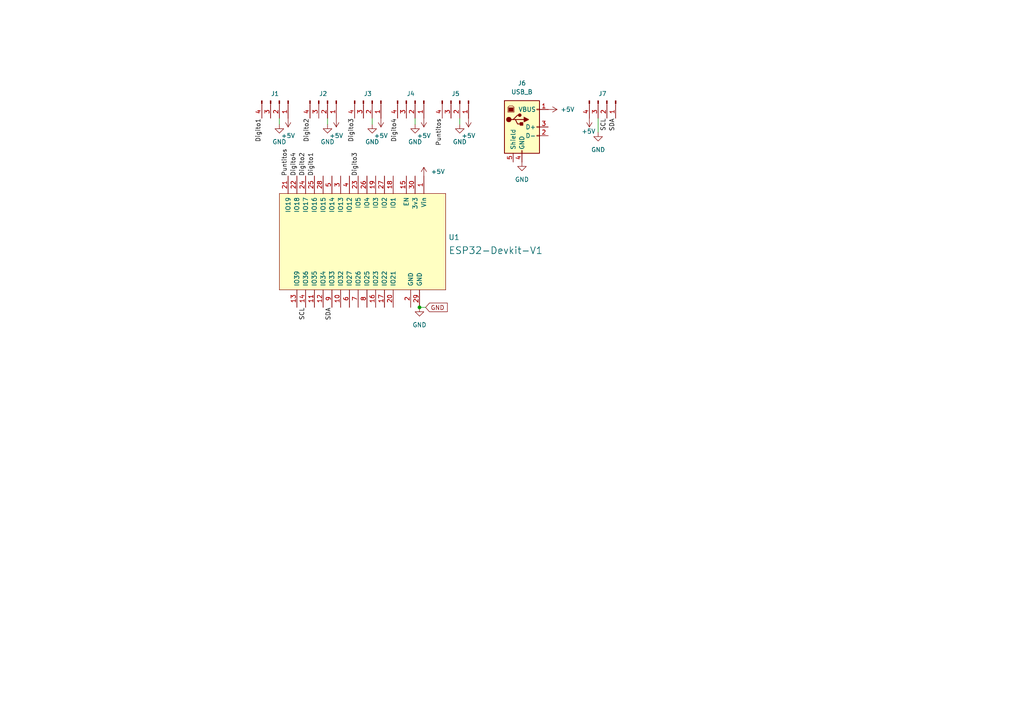
<source format=kicad_sch>
(kicad_sch (version 20211123) (generator eeschema)

  (uuid f463c0fb-1ef0-4078-adb3-bd1ce8a18172)

  (paper "A4")

  (lib_symbols
    (symbol "Connector:Conn_01x04_Male" (pin_names (offset 1.016) hide) (in_bom yes) (on_board yes)
      (property "Reference" "J" (id 0) (at 0 5.08 0)
        (effects (font (size 1.27 1.27)))
      )
      (property "Value" "Conn_01x04_Male" (id 1) (at 0 -7.62 0)
        (effects (font (size 1.27 1.27)))
      )
      (property "Footprint" "" (id 2) (at 0 0 0)
        (effects (font (size 1.27 1.27)) hide)
      )
      (property "Datasheet" "~" (id 3) (at 0 0 0)
        (effects (font (size 1.27 1.27)) hide)
      )
      (property "ki_keywords" "connector" (id 4) (at 0 0 0)
        (effects (font (size 1.27 1.27)) hide)
      )
      (property "ki_description" "Generic connector, single row, 01x04, script generated (kicad-library-utils/schlib/autogen/connector/)" (id 5) (at 0 0 0)
        (effects (font (size 1.27 1.27)) hide)
      )
      (property "ki_fp_filters" "Connector*:*_1x??_*" (id 6) (at 0 0 0)
        (effects (font (size 1.27 1.27)) hide)
      )
      (symbol "Conn_01x04_Male_1_1"
        (polyline
          (pts
            (xy 1.27 -5.08)
            (xy 0.8636 -5.08)
          )
          (stroke (width 0.1524) (type default) (color 0 0 0 0))
          (fill (type none))
        )
        (polyline
          (pts
            (xy 1.27 -2.54)
            (xy 0.8636 -2.54)
          )
          (stroke (width 0.1524) (type default) (color 0 0 0 0))
          (fill (type none))
        )
        (polyline
          (pts
            (xy 1.27 0)
            (xy 0.8636 0)
          )
          (stroke (width 0.1524) (type default) (color 0 0 0 0))
          (fill (type none))
        )
        (polyline
          (pts
            (xy 1.27 2.54)
            (xy 0.8636 2.54)
          )
          (stroke (width 0.1524) (type default) (color 0 0 0 0))
          (fill (type none))
        )
        (rectangle (start 0.8636 -4.953) (end 0 -5.207)
          (stroke (width 0.1524) (type default) (color 0 0 0 0))
          (fill (type outline))
        )
        (rectangle (start 0.8636 -2.413) (end 0 -2.667)
          (stroke (width 0.1524) (type default) (color 0 0 0 0))
          (fill (type outline))
        )
        (rectangle (start 0.8636 0.127) (end 0 -0.127)
          (stroke (width 0.1524) (type default) (color 0 0 0 0))
          (fill (type outline))
        )
        (rectangle (start 0.8636 2.667) (end 0 2.413)
          (stroke (width 0.1524) (type default) (color 0 0 0 0))
          (fill (type outline))
        )
        (pin passive line (at 5.08 2.54 180) (length 3.81)
          (name "Pin_1" (effects (font (size 1.27 1.27))))
          (number "1" (effects (font (size 1.27 1.27))))
        )
        (pin passive line (at 5.08 0 180) (length 3.81)
          (name "Pin_2" (effects (font (size 1.27 1.27))))
          (number "2" (effects (font (size 1.27 1.27))))
        )
        (pin passive line (at 5.08 -2.54 180) (length 3.81)
          (name "Pin_3" (effects (font (size 1.27 1.27))))
          (number "3" (effects (font (size 1.27 1.27))))
        )
        (pin passive line (at 5.08 -5.08 180) (length 3.81)
          (name "Pin_4" (effects (font (size 1.27 1.27))))
          (number "4" (effects (font (size 1.27 1.27))))
        )
      )
    )
    (symbol "Connector:USB_B" (pin_names (offset 1.016)) (in_bom yes) (on_board yes)
      (property "Reference" "J" (id 0) (at -5.08 11.43 0)
        (effects (font (size 1.27 1.27)) (justify left))
      )
      (property "Value" "USB_B" (id 1) (at -5.08 8.89 0)
        (effects (font (size 1.27 1.27)) (justify left))
      )
      (property "Footprint" "" (id 2) (at 3.81 -1.27 0)
        (effects (font (size 1.27 1.27)) hide)
      )
      (property "Datasheet" " ~" (id 3) (at 3.81 -1.27 0)
        (effects (font (size 1.27 1.27)) hide)
      )
      (property "ki_keywords" "connector USB" (id 4) (at 0 0 0)
        (effects (font (size 1.27 1.27)) hide)
      )
      (property "ki_description" "USB Type B connector" (id 5) (at 0 0 0)
        (effects (font (size 1.27 1.27)) hide)
      )
      (property "ki_fp_filters" "USB*" (id 6) (at 0 0 0)
        (effects (font (size 1.27 1.27)) hide)
      )
      (symbol "USB_B_0_1"
        (rectangle (start -5.08 -7.62) (end 5.08 7.62)
          (stroke (width 0.254) (type default) (color 0 0 0 0))
          (fill (type background))
        )
        (circle (center -3.81 2.159) (radius 0.635)
          (stroke (width 0.254) (type default) (color 0 0 0 0))
          (fill (type outline))
        )
        (rectangle (start -3.81 5.588) (end -2.54 4.572)
          (stroke (width 0) (type default) (color 0 0 0 0))
          (fill (type outline))
        )
        (circle (center -0.635 3.429) (radius 0.381)
          (stroke (width 0.254) (type default) (color 0 0 0 0))
          (fill (type outline))
        )
        (rectangle (start -0.127 -7.62) (end 0.127 -6.858)
          (stroke (width 0) (type default) (color 0 0 0 0))
          (fill (type none))
        )
        (polyline
          (pts
            (xy -1.905 2.159)
            (xy 0.635 2.159)
          )
          (stroke (width 0.254) (type default) (color 0 0 0 0))
          (fill (type none))
        )
        (polyline
          (pts
            (xy -3.175 2.159)
            (xy -2.54 2.159)
            (xy -1.27 3.429)
            (xy -0.635 3.429)
          )
          (stroke (width 0.254) (type default) (color 0 0 0 0))
          (fill (type none))
        )
        (polyline
          (pts
            (xy -2.54 2.159)
            (xy -1.905 2.159)
            (xy -1.27 0.889)
            (xy 0 0.889)
          )
          (stroke (width 0.254) (type default) (color 0 0 0 0))
          (fill (type none))
        )
        (polyline
          (pts
            (xy 0.635 2.794)
            (xy 0.635 1.524)
            (xy 1.905 2.159)
            (xy 0.635 2.794)
          )
          (stroke (width 0.254) (type default) (color 0 0 0 0))
          (fill (type outline))
        )
        (polyline
          (pts
            (xy -4.064 4.318)
            (xy -2.286 4.318)
            (xy -2.286 5.715)
            (xy -2.667 6.096)
            (xy -3.683 6.096)
            (xy -4.064 5.715)
            (xy -4.064 4.318)
          )
          (stroke (width 0) (type default) (color 0 0 0 0))
          (fill (type none))
        )
        (rectangle (start 0.254 1.27) (end -0.508 0.508)
          (stroke (width 0.254) (type default) (color 0 0 0 0))
          (fill (type outline))
        )
        (rectangle (start 5.08 -2.667) (end 4.318 -2.413)
          (stroke (width 0) (type default) (color 0 0 0 0))
          (fill (type none))
        )
        (rectangle (start 5.08 -0.127) (end 4.318 0.127)
          (stroke (width 0) (type default) (color 0 0 0 0))
          (fill (type none))
        )
        (rectangle (start 5.08 4.953) (end 4.318 5.207)
          (stroke (width 0) (type default) (color 0 0 0 0))
          (fill (type none))
        )
      )
      (symbol "USB_B_1_1"
        (pin power_out line (at 7.62 5.08 180) (length 2.54)
          (name "VBUS" (effects (font (size 1.27 1.27))))
          (number "1" (effects (font (size 1.27 1.27))))
        )
        (pin bidirectional line (at 7.62 -2.54 180) (length 2.54)
          (name "D-" (effects (font (size 1.27 1.27))))
          (number "2" (effects (font (size 1.27 1.27))))
        )
        (pin bidirectional line (at 7.62 0 180) (length 2.54)
          (name "D+" (effects (font (size 1.27 1.27))))
          (number "3" (effects (font (size 1.27 1.27))))
        )
        (pin power_out line (at 0 -10.16 90) (length 2.54)
          (name "GND" (effects (font (size 1.27 1.27))))
          (number "4" (effects (font (size 1.27 1.27))))
        )
        (pin passive line (at -2.54 -10.16 90) (length 2.54)
          (name "Shield" (effects (font (size 1.27 1.27))))
          (number "5" (effects (font (size 1.27 1.27))))
        )
      )
    )
    (symbol "esp32-devkit-v1:ESP32-Devkit-V1" (pin_names (offset 1.016)) (in_bom yes) (on_board yes)
      (property "Reference" "U" (id 0) (at 13.97 -21.59 0)
        (effects (font (size 1.524 1.524)))
      )
      (property "Value" "ESP32-Devkit-V1" (id 1) (at 13.97 -2.54 0)
        (effects (font (size 2.0066 2.0066)))
      )
      (property "Footprint" "" (id 2) (at 0 0 0)
        (effects (font (size 1.524 1.524)) hide)
      )
      (property "Datasheet" "" (id 3) (at 0 0 0)
        (effects (font (size 1.524 1.524)) hide)
      )
      (symbol "ESP32-Devkit-V1_0_1"
        (rectangle (start 0 0) (end 27.94 -48.26)
          (stroke (width 0) (type default) (color 0 0 0 0))
          (fill (type background))
        )
      )
      (symbol "ESP32-Devkit-V1_1_1"
        (pin power_in line (at -5.08 -6.35 0) (length 5.08)
          (name "Vin" (effects (font (size 1.27 1.27))))
          (number "1" (effects (font (size 1.27 1.27))))
        )
        (pin bidirectional line (at 33.02 -30.48 180) (length 5.08)
          (name "IO32" (effects (font (size 1.27 1.27))))
          (number "10" (effects (font (size 1.27 1.27))))
        )
        (pin bidirectional line (at 33.02 -38.1 180) (length 5.08)
          (name "IO35" (effects (font (size 1.27 1.27))))
          (number "11" (effects (font (size 1.27 1.27))))
        )
        (pin bidirectional line (at 33.02 -35.56 180) (length 5.08)
          (name "IO34" (effects (font (size 1.27 1.27))))
          (number "12" (effects (font (size 1.27 1.27))))
        )
        (pin bidirectional line (at 33.02 -43.18 180) (length 5.08)
          (name "IO39" (effects (font (size 1.27 1.27))))
          (number "13" (effects (font (size 1.27 1.27))))
        )
        (pin bidirectional line (at 33.02 -40.64 180) (length 5.08)
          (name "IO36" (effects (font (size 1.27 1.27))))
          (number "14" (effects (font (size 1.27 1.27))))
        )
        (pin input line (at -5.08 -11.43 0) (length 5.08)
          (name "EN" (effects (font (size 1.27 1.27))))
          (number "15" (effects (font (size 1.27 1.27))))
        )
        (pin bidirectional line (at 33.02 -20.32 180) (length 5.08)
          (name "IO23" (effects (font (size 1.27 1.27))))
          (number "16" (effects (font (size 1.27 1.27))))
        )
        (pin bidirectional line (at 33.02 -17.78 180) (length 5.08)
          (name "IO22" (effects (font (size 1.27 1.27))))
          (number "17" (effects (font (size 1.27 1.27))))
        )
        (pin bidirectional line (at -5.08 -15.24 0) (length 5.08)
          (name "IO1" (effects (font (size 1.27 1.27))))
          (number "18" (effects (font (size 1.27 1.27))))
        )
        (pin bidirectional line (at -5.08 -20.32 0) (length 5.08)
          (name "IO3" (effects (font (size 1.27 1.27))))
          (number "19" (effects (font (size 1.27 1.27))))
        )
        (pin power_out line (at 33.02 -10.16 180) (length 5.08)
          (name "GND" (effects (font (size 1.27 1.27))))
          (number "2" (effects (font (size 1.27 1.27))))
        )
        (pin bidirectional line (at 33.02 -15.24 180) (length 5.08)
          (name "IO21" (effects (font (size 1.27 1.27))))
          (number "20" (effects (font (size 1.27 1.27))))
        )
        (pin bidirectional line (at -5.08 -45.72 0) (length 5.08)
          (name "IO19" (effects (font (size 1.27 1.27))))
          (number "21" (effects (font (size 1.27 1.27))))
        )
        (pin bidirectional line (at -5.08 -43.18 0) (length 5.08)
          (name "IO18" (effects (font (size 1.27 1.27))))
          (number "22" (effects (font (size 1.27 1.27))))
        )
        (pin bidirectional line (at -5.08 -25.4 0) (length 5.08)
          (name "IO5" (effects (font (size 1.27 1.27))))
          (number "23" (effects (font (size 1.27 1.27))))
        )
        (pin bidirectional line (at -5.08 -40.64 0) (length 5.08)
          (name "IO17" (effects (font (size 1.27 1.27))))
          (number "24" (effects (font (size 1.27 1.27))))
        )
        (pin bidirectional line (at -5.08 -38.1 0) (length 5.08)
          (name "IO16" (effects (font (size 1.27 1.27))))
          (number "25" (effects (font (size 1.27 1.27))))
        )
        (pin bidirectional line (at -5.08 -22.86 0) (length 5.08)
          (name "IO4" (effects (font (size 1.27 1.27))))
          (number "26" (effects (font (size 1.27 1.27))))
        )
        (pin bidirectional line (at -5.08 -17.78 0) (length 5.08)
          (name "IO2" (effects (font (size 1.27 1.27))))
          (number "27" (effects (font (size 1.27 1.27))))
        )
        (pin bidirectional line (at -5.08 -35.56 0) (length 5.08)
          (name "IO15" (effects (font (size 1.27 1.27))))
          (number "28" (effects (font (size 1.27 1.27))))
        )
        (pin power_out line (at 33.02 -7.62 180) (length 5.08)
          (name "GND" (effects (font (size 1.27 1.27))))
          (number "29" (effects (font (size 1.27 1.27))))
        )
        (pin bidirectional line (at -5.08 -30.48 0) (length 5.08)
          (name "IO13" (effects (font (size 1.27 1.27))))
          (number "3" (effects (font (size 1.27 1.27))))
        )
        (pin power_out line (at -5.08 -8.89 0) (length 5.08)
          (name "3v3" (effects (font (size 1.27 1.27))))
          (number "30" (effects (font (size 1.27 1.27))))
        )
        (pin bidirectional line (at -5.08 -27.94 0) (length 5.08)
          (name "IO12" (effects (font (size 1.27 1.27))))
          (number "4" (effects (font (size 1.27 1.27))))
        )
        (pin bidirectional line (at -5.08 -33.02 0) (length 5.08)
          (name "IO14" (effects (font (size 1.27 1.27))))
          (number "5" (effects (font (size 1.27 1.27))))
        )
        (pin bidirectional line (at 33.02 -27.94 180) (length 5.08)
          (name "IO27" (effects (font (size 1.27 1.27))))
          (number "6" (effects (font (size 1.27 1.27))))
        )
        (pin bidirectional line (at 33.02 -25.4 180) (length 5.08)
          (name "IO26" (effects (font (size 1.27 1.27))))
          (number "7" (effects (font (size 1.27 1.27))))
        )
        (pin bidirectional line (at 33.02 -22.86 180) (length 5.08)
          (name "IO25" (effects (font (size 1.27 1.27))))
          (number "8" (effects (font (size 1.27 1.27))))
        )
        (pin bidirectional line (at 33.02 -33.02 180) (length 5.08)
          (name "IO33" (effects (font (size 1.27 1.27))))
          (number "9" (effects (font (size 1.27 1.27))))
        )
      )
    )
    (symbol "power:+5V" (power) (pin_names (offset 0)) (in_bom yes) (on_board yes)
      (property "Reference" "#PWR" (id 0) (at 0 -3.81 0)
        (effects (font (size 1.27 1.27)) hide)
      )
      (property "Value" "+5V" (id 1) (at 0 3.556 0)
        (effects (font (size 1.27 1.27)))
      )
      (property "Footprint" "" (id 2) (at 0 0 0)
        (effects (font (size 1.27 1.27)) hide)
      )
      (property "Datasheet" "" (id 3) (at 0 0 0)
        (effects (font (size 1.27 1.27)) hide)
      )
      (property "ki_keywords" "power-flag" (id 4) (at 0 0 0)
        (effects (font (size 1.27 1.27)) hide)
      )
      (property "ki_description" "Power symbol creates a global label with name \"+5V\"" (id 5) (at 0 0 0)
        (effects (font (size 1.27 1.27)) hide)
      )
      (symbol "+5V_0_1"
        (polyline
          (pts
            (xy -0.762 1.27)
            (xy 0 2.54)
          )
          (stroke (width 0) (type default) (color 0 0 0 0))
          (fill (type none))
        )
        (polyline
          (pts
            (xy 0 0)
            (xy 0 2.54)
          )
          (stroke (width 0) (type default) (color 0 0 0 0))
          (fill (type none))
        )
        (polyline
          (pts
            (xy 0 2.54)
            (xy 0.762 1.27)
          )
          (stroke (width 0) (type default) (color 0 0 0 0))
          (fill (type none))
        )
      )
      (symbol "+5V_1_1"
        (pin power_in line (at 0 0 90) (length 0) hide
          (name "+5V" (effects (font (size 1.27 1.27))))
          (number "1" (effects (font (size 1.27 1.27))))
        )
      )
    )
    (symbol "power:GND" (power) (pin_names (offset 0)) (in_bom yes) (on_board yes)
      (property "Reference" "#PWR" (id 0) (at 0 -6.35 0)
        (effects (font (size 1.27 1.27)) hide)
      )
      (property "Value" "GND" (id 1) (at 0 -3.81 0)
        (effects (font (size 1.27 1.27)))
      )
      (property "Footprint" "" (id 2) (at 0 0 0)
        (effects (font (size 1.27 1.27)) hide)
      )
      (property "Datasheet" "" (id 3) (at 0 0 0)
        (effects (font (size 1.27 1.27)) hide)
      )
      (property "ki_keywords" "power-flag" (id 4) (at 0 0 0)
        (effects (font (size 1.27 1.27)) hide)
      )
      (property "ki_description" "Power symbol creates a global label with name \"GND\" , ground" (id 5) (at 0 0 0)
        (effects (font (size 1.27 1.27)) hide)
      )
      (symbol "GND_0_1"
        (polyline
          (pts
            (xy 0 0)
            (xy 0 -1.27)
            (xy 1.27 -1.27)
            (xy 0 -2.54)
            (xy -1.27 -1.27)
            (xy 0 -1.27)
          )
          (stroke (width 0) (type default) (color 0 0 0 0))
          (fill (type none))
        )
      )
      (symbol "GND_1_1"
        (pin power_in line (at 0 0 270) (length 0) hide
          (name "GND" (effects (font (size 1.27 1.27))))
          (number "1" (effects (font (size 1.27 1.27))))
        )
      )
    )
  )

  (junction (at 121.666 89.154) (diameter 0) (color 0 0 0 0)
    (uuid 529bc44a-a072-481b-842b-4b1bc29ac0ed)
  )

  (wire (pts (xy 133.35 36.068) (xy 133.35 34.29))
    (stroke (width 0) (type default) (color 0 0 0 0))
    (uuid 2770bf79-8a09-4956-9ef8-a65e30d2e292)
  )
  (wire (pts (xy 120.396 34.29) (xy 120.396 36.068))
    (stroke (width 0) (type default) (color 0 0 0 0))
    (uuid 51b6a709-61e1-4e9e-90b1-317c57437e30)
  )
  (wire (pts (xy 107.95 34.29) (xy 107.95 36.068))
    (stroke (width 0) (type default) (color 0 0 0 0))
    (uuid 73d18155-065f-4c50-97d2-cb701a5cc329)
  )
  (wire (pts (xy 94.996 34.29) (xy 94.996 36.068))
    (stroke (width 0) (type default) (color 0 0 0 0))
    (uuid 83e37d54-c69c-4d5e-bc4e-233ccd4eb45d)
  )
  (wire (pts (xy 173.482 38.354) (xy 173.482 34.29))
    (stroke (width 0) (type default) (color 0 0 0 0))
    (uuid d58a96a6-6e3e-4c0c-a700-20a79b034e7d)
  )
  (wire (pts (xy 123.444 89.154) (xy 121.666 89.154))
    (stroke (width 0) (type default) (color 0 0 0 0))
    (uuid d9b7310e-8a08-46d5-8bc6-2f6796037b24)
  )
  (wire (pts (xy 81.026 34.29) (xy 81.026 36.068))
    (stroke (width 0) (type default) (color 0 0 0 0))
    (uuid f444610a-9666-4f72-a52c-3ca98d23b988)
  )

  (label "SDA" (at 178.562 34.29 270)
    (effects (font (size 1.27 1.27)) (justify right bottom))
    (uuid 0613184e-7e1b-4410-9597-48f15c2f3f6b)
  )
  (label "Digito4" (at 115.316 34.29 270)
    (effects (font (size 1.27 1.27)) (justify right bottom))
    (uuid 0f70ea69-82c6-48bd-8798-616103733081)
  )
  (label "Puntitos" (at 83.566 51.054 90)
    (effects (font (size 1.27 1.27)) (justify left bottom))
    (uuid 27586cbc-cbcb-424d-90ea-921b9fb21b8f)
  )
  (label "Digito2" (at 89.916 34.29 270)
    (effects (font (size 1.27 1.27)) (justify right bottom))
    (uuid 37a2e670-013c-42d9-bd4c-cc0fa0a958a8)
  )
  (label "Digito2" (at 88.646 51.054 90)
    (effects (font (size 1.27 1.27)) (justify left bottom))
    (uuid 600026d6-3fbb-4ff2-8c25-e260053fcedc)
  )
  (label "Digito1" (at 75.946 34.29 270)
    (effects (font (size 1.27 1.27)) (justify right bottom))
    (uuid 628179d6-ef8c-4837-9d5d-e4d8dcfc33f2)
  )
  (label "Digito1" (at 91.186 51.054 90)
    (effects (font (size 1.27 1.27)) (justify left bottom))
    (uuid 7968ff9d-07f7-4ddb-a9a3-7cac675b94ad)
  )
  (label "SCL" (at 88.646 89.154 270)
    (effects (font (size 1.27 1.27)) (justify right bottom))
    (uuid ad41d889-3927-48ca-afe5-81378e562ba2)
  )
  (label "Puntitos" (at 128.27 34.29 270)
    (effects (font (size 1.27 1.27)) (justify right bottom))
    (uuid b2a93f3f-8826-4f68-b33c-d9beb7285f06)
  )
  (label "SDA" (at 96.266 89.154 270)
    (effects (font (size 1.27 1.27)) (justify right bottom))
    (uuid c13e81dd-3224-4275-82f3-174a14cb0154)
  )
  (label "Digito3" (at 103.886 51.054 90)
    (effects (font (size 1.27 1.27)) (justify left bottom))
    (uuid c6ed4096-dd4b-4970-96be-1c54c4dc5c15)
  )
  (label "Digito4" (at 86.106 51.054 90)
    (effects (font (size 1.27 1.27)) (justify left bottom))
    (uuid ca9324ad-fdaf-4393-b327-5156fb1f38fe)
  )
  (label "SCL" (at 176.022 34.29 270)
    (effects (font (size 1.27 1.27)) (justify right bottom))
    (uuid cc502fa8-3cd8-47c6-81cd-ed7a31d96768)
  )
  (label "Digito3" (at 102.87 34.29 270)
    (effects (font (size 1.27 1.27)) (justify right bottom))
    (uuid ec472b90-b0cc-42f9-bab8-5bcc834cd085)
  )

  (global_label "GND" (shape input) (at 123.444 89.154 0) (fields_autoplaced)
    (effects (font (size 1.27 1.27)) (justify left))
    (uuid 76491c51-cb4c-49c7-9b14-202a71235c41)
    (property "Intersheet References" "${INTERSHEET_REFS}" (id 0) (at 129.7276 89.0746 0)
      (effects (font (size 1.27 1.27)) (justify left) hide)
    )
  )

  (symbol (lib_id "power:+5V") (at 122.936 34.29 180) (unit 1)
    (in_bom yes) (on_board yes) (fields_autoplaced)
    (uuid 02414eaf-d20b-4995-91fe-2fdaeaf143ec)
    (property "Reference" "#PWR0102" (id 0) (at 122.936 30.48 0)
      (effects (font (size 1.27 1.27)) hide)
    )
    (property "Value" "+5V" (id 1) (at 122.936 39.37 0))
    (property "Footprint" "" (id 2) (at 122.936 34.29 0)
      (effects (font (size 1.27 1.27)) hide)
    )
    (property "Datasheet" "" (id 3) (at 122.936 34.29 0)
      (effects (font (size 1.27 1.27)) hide)
    )
    (pin "1" (uuid 38b625c1-1e2f-4e9e-81e5-aa892e50de84))
  )

  (symbol (lib_id "power:GND") (at 107.95 36.068 0) (unit 1)
    (in_bom yes) (on_board yes) (fields_autoplaced)
    (uuid 1a097708-11cd-4174-8192-ef8b49102483)
    (property "Reference" "#PWR0107" (id 0) (at 107.95 42.418 0)
      (effects (font (size 1.27 1.27)) hide)
    )
    (property "Value" "GND" (id 1) (at 107.95 41.148 0))
    (property "Footprint" "" (id 2) (at 107.95 36.068 0)
      (effects (font (size 1.27 1.27)) hide)
    )
    (property "Datasheet" "" (id 3) (at 107.95 36.068 0)
      (effects (font (size 1.27 1.27)) hide)
    )
    (pin "1" (uuid 473dae59-2552-4804-8c70-f0f36c8d3d31))
  )

  (symbol (lib_id "Connector:Conn_01x04_Male") (at 94.996 29.21 270) (unit 1)
    (in_bom yes) (on_board yes)
    (uuid 246406bc-110d-4780-81b4-dfa634b8650f)
    (property "Reference" "J2" (id 0) (at 93.726 27.178 90))
    (property "Value" "Conn_01x04_Male" (id 1) (at 91.948 27.178 90)
      (effects (font (size 1.27 1.27)) hide)
    )
    (property "Footprint" "Connector:FanPinHeader_1x04_P2.54mm_Vertical" (id 2) (at 94.996 29.21 0)
      (effects (font (size 1.27 1.27)) hide)
    )
    (property "Datasheet" "~" (id 3) (at 94.996 29.21 0)
      (effects (font (size 1.27 1.27)) hide)
    )
    (pin "1" (uuid c75d8784-4e4a-4e2a-9eec-d609308f2a6e))
    (pin "2" (uuid 2297eba1-9d88-49be-a385-3af2401feeff))
    (pin "3" (uuid 3171be1c-75f1-454b-8376-556a42a95b57))
    (pin "4" (uuid 01d84dc6-9ee2-47f3-82d6-dd9bd17c001f))
  )

  (symbol (lib_id "power:GND") (at 151.384 46.99 0) (unit 1)
    (in_bom yes) (on_board yes) (fields_autoplaced)
    (uuid 280f9fe9-acc8-48d8-95e9-290d96e11a55)
    (property "Reference" "#PWR0114" (id 0) (at 151.384 53.34 0)
      (effects (font (size 1.27 1.27)) hide)
    )
    (property "Value" "GND" (id 1) (at 151.384 52.07 0))
    (property "Footprint" "" (id 2) (at 151.384 46.99 0)
      (effects (font (size 1.27 1.27)) hide)
    )
    (property "Datasheet" "" (id 3) (at 151.384 46.99 0)
      (effects (font (size 1.27 1.27)) hide)
    )
    (pin "1" (uuid be4d570a-3817-4aef-a7da-59d5465939ac))
  )

  (symbol (lib_id "power:+5V") (at 135.89 34.29 180) (unit 1)
    (in_bom yes) (on_board yes) (fields_autoplaced)
    (uuid 37669ed0-42e3-4bb5-8c47-236b88d5eacc)
    (property "Reference" "#PWR0103" (id 0) (at 135.89 30.48 0)
      (effects (font (size 1.27 1.27)) hide)
    )
    (property "Value" "+5V" (id 1) (at 135.89 39.37 0))
    (property "Footprint" "" (id 2) (at 135.89 34.29 0)
      (effects (font (size 1.27 1.27)) hide)
    )
    (property "Datasheet" "" (id 3) (at 135.89 34.29 0)
      (effects (font (size 1.27 1.27)) hide)
    )
    (pin "1" (uuid 3e04fdba-9d38-498f-ab3e-bc3ad84330aa))
  )

  (symbol (lib_id "esp32-devkit-v1:ESP32-Devkit-V1") (at 129.286 56.134 270) (unit 1)
    (in_bom yes) (on_board yes) (fields_autoplaced)
    (uuid 38a48c93-107a-434c-8a6a-c5a503d494b1)
    (property "Reference" "U1" (id 0) (at 130.048 68.834 90)
      (effects (font (size 1.524 1.524)) (justify left))
    )
    (property "Value" "ESP32-Devkit-V1" (id 1) (at 130.048 72.644 90)
      (effects (font (size 2.0066 2.0066)) (justify left))
    )
    (property "Footprint" "DOIT_ESP32:DOIT_ESP32_Devkit" (id 2) (at 129.286 56.134 0)
      (effects (font (size 1.524 1.524)) hide)
    )
    (property "Datasheet" "" (id 3) (at 129.286 56.134 0)
      (effects (font (size 1.524 1.524)) hide)
    )
    (pin "1" (uuid 45f2f33c-2dc1-4825-a732-6fa07e33d004))
    (pin "10" (uuid 7d005d03-d11d-47c7-afbd-17b5a6ff8de6))
    (pin "11" (uuid 7caa64ee-bca4-4ce7-8b82-3d039ea865fc))
    (pin "12" (uuid 9679f5b4-f672-4ee6-af96-7497daeb0206))
    (pin "13" (uuid f56b72ff-dc73-4518-813a-68333624986e))
    (pin "14" (uuid 4776a9e4-30fb-4fc9-aa01-6b57dd12b9e6))
    (pin "15" (uuid aeb74115-9865-44e5-8894-a92ea11fb5e2))
    (pin "16" (uuid 6fcaea69-38a2-4d42-a3ee-ac56eb20032f))
    (pin "17" (uuid 7d4ba77b-c0cf-4466-92ec-5b3955e5d5d2))
    (pin "18" (uuid 2d1f4afb-98d4-44ac-bbd0-e3cf1784151b))
    (pin "19" (uuid 8ca17690-15b6-45eb-9e1e-19d9229f2cf5))
    (pin "2" (uuid e84d4e0c-6f22-41fe-a8f8-76e4b1c60444))
    (pin "20" (uuid 44b3060f-39a3-47f5-946e-e478ab83a955))
    (pin "21" (uuid 8f82332e-4597-46c8-9e4a-f90d38f39614))
    (pin "22" (uuid 8788ebfe-a0f8-4ff5-97a2-c9ca6b7014b1))
    (pin "23" (uuid 032bde64-f123-4413-86d3-2778caf84486))
    (pin "24" (uuid 85285405-7672-4cfd-8ac6-3a8858e5c59a))
    (pin "25" (uuid 269d6595-8dd9-42a1-a965-da8f5ec978c3))
    (pin "26" (uuid ac9e0ad8-b610-4288-b953-cba46fbf47ea))
    (pin "27" (uuid 1bc8991b-5e41-4854-b055-ba3e2035af6c))
    (pin "28" (uuid 257f705a-d41b-4f63-8264-ffdc89d6855d))
    (pin "29" (uuid 7ca35a75-2cae-47af-8013-c9091d253e48))
    (pin "3" (uuid 2efc90dd-5570-4ab6-aebb-ca615d27e1c4))
    (pin "30" (uuid d917a51d-b0a8-44df-9569-7e129cd5936a))
    (pin "4" (uuid 459e0376-15e7-4bd2-a3cd-e00819aea7a2))
    (pin "5" (uuid a7f030ce-a998-4bed-bf6c-9fe1a090ea18))
    (pin "6" (uuid e009e0f7-42e4-4602-8230-1692bc26f327))
    (pin "7" (uuid 924b2de0-4727-4f43-8ad3-32b870a28cf8))
    (pin "8" (uuid d1490437-8865-405a-90ea-07e55c3f51ae))
    (pin "9" (uuid 47d0922f-4853-4608-9c43-3a344b3828ce))
  )

  (symbol (lib_id "Connector:Conn_01x04_Male") (at 176.022 29.21 270) (unit 1)
    (in_bom yes) (on_board yes)
    (uuid 3dd99c54-7f13-45fb-b024-ae0d2c129eaf)
    (property "Reference" "J7" (id 0) (at 174.752 27.178 90))
    (property "Value" "Conn_01x04_Male" (id 1) (at 170.688 26.416 90)
      (effects (font (size 1.27 1.27)) hide)
    )
    (property "Footprint" "Connector:FanPinHeader_1x04_P2.54mm_Vertical" (id 2) (at 176.022 29.21 0)
      (effects (font (size 1.27 1.27)) hide)
    )
    (property "Datasheet" "~" (id 3) (at 176.022 29.21 0)
      (effects (font (size 1.27 1.27)) hide)
    )
    (pin "1" (uuid 29eaa3a0-cb20-4c29-9982-9f491ecd18ba))
    (pin "2" (uuid 0f18cc33-db5e-4e10-8c89-3b9dc2250852))
    (pin "3" (uuid 541142bc-acff-4a00-a019-96f1e17eda0a))
    (pin "4" (uuid 939cd238-37b1-420c-9e06-7ce306b27783))
  )

  (symbol (lib_id "Connector:USB_B") (at 151.384 36.83 0) (unit 1)
    (in_bom yes) (on_board yes) (fields_autoplaced)
    (uuid 48f29c2a-3a06-442b-92ed-3a3bf932293a)
    (property "Reference" "J6" (id 0) (at 151.384 24.13 0))
    (property "Value" "USB_B" (id 1) (at 151.384 26.67 0))
    (property "Footprint" "Connector_USB:USB_B_Lumberg_2411_02_Horizontal" (id 2) (at 155.194 38.1 0)
      (effects (font (size 1.27 1.27)) hide)
    )
    (property "Datasheet" " ~" (id 3) (at 155.194 38.1 0)
      (effects (font (size 1.27 1.27)) hide)
    )
    (pin "1" (uuid d6317424-73c3-4062-b0ce-73c23b3ce921))
    (pin "2" (uuid 75ff0eda-f92c-4ef4-86a4-38b617d4966d))
    (pin "3" (uuid c92058db-7181-494e-acae-6a08d02177dd))
    (pin "4" (uuid 438b6552-0438-4320-9c2f-ceea71a4d2ba))
    (pin "5" (uuid e3648319-1e08-43e1-bbb6-659b05c45c30))
  )

  (symbol (lib_id "power:GND") (at 81.026 36.068 0) (unit 1)
    (in_bom yes) (on_board yes) (fields_autoplaced)
    (uuid 55086a91-8a69-4f86-86d2-cc83a7bed8f6)
    (property "Reference" "#PWR0110" (id 0) (at 81.026 42.418 0)
      (effects (font (size 1.27 1.27)) hide)
    )
    (property "Value" "GND" (id 1) (at 81.026 41.148 0))
    (property "Footprint" "" (id 2) (at 81.026 36.068 0)
      (effects (font (size 1.27 1.27)) hide)
    )
    (property "Datasheet" "" (id 3) (at 81.026 36.068 0)
      (effects (font (size 1.27 1.27)) hide)
    )
    (pin "1" (uuid 3d3eef45-144d-4bc5-835e-ff7a6b762a93))
  )

  (symbol (lib_id "power:+5V") (at 97.536 34.29 180) (unit 1)
    (in_bom yes) (on_board yes) (fields_autoplaced)
    (uuid 5ce6dff9-f459-47c8-8a54-1573d11729f1)
    (property "Reference" "#PWR0108" (id 0) (at 97.536 30.48 0)
      (effects (font (size 1.27 1.27)) hide)
    )
    (property "Value" "+5V" (id 1) (at 97.536 39.37 0))
    (property "Footprint" "" (id 2) (at 97.536 34.29 0)
      (effects (font (size 1.27 1.27)) hide)
    )
    (property "Datasheet" "" (id 3) (at 97.536 34.29 0)
      (effects (font (size 1.27 1.27)) hide)
    )
    (pin "1" (uuid 4fef6065-f5a2-452a-a44a-179cb9c4f625))
  )

  (symbol (lib_id "power:GND") (at 133.35 36.068 0) (unit 1)
    (in_bom yes) (on_board yes) (fields_autoplaced)
    (uuid 5eb003e9-464f-41b1-849d-93cfbcd2ea15)
    (property "Reference" "#PWR0104" (id 0) (at 133.35 42.418 0)
      (effects (font (size 1.27 1.27)) hide)
    )
    (property "Value" "GND" (id 1) (at 133.35 41.148 0))
    (property "Footprint" "" (id 2) (at 133.35 36.068 0)
      (effects (font (size 1.27 1.27)) hide)
    )
    (property "Datasheet" "" (id 3) (at 133.35 36.068 0)
      (effects (font (size 1.27 1.27)) hide)
    )
    (pin "1" (uuid df4e90a4-c64f-4c03-953f-f976f98189aa))
  )

  (symbol (lib_id "Connector:Conn_01x04_Male") (at 120.396 29.21 270) (unit 1)
    (in_bom yes) (on_board yes)
    (uuid 68235c62-5f3e-4f41-b018-5fe103e575f7)
    (property "Reference" "J4" (id 0) (at 119.126 27.178 90))
    (property "Value" "Conn_01x04_Male" (id 1) (at 119.126 27.178 90)
      (effects (font (size 1.27 1.27)) hide)
    )
    (property "Footprint" "Connector:FanPinHeader_1x04_P2.54mm_Vertical" (id 2) (at 120.396 29.21 0)
      (effects (font (size 1.27 1.27)) hide)
    )
    (property "Datasheet" "~" (id 3) (at 120.396 29.21 0)
      (effects (font (size 1.27 1.27)) hide)
    )
    (pin "1" (uuid c6ac6b1e-6f67-4cc5-96ce-04e1756bf233))
    (pin "2" (uuid db826adb-8dc1-4c99-a377-472e41cf7389))
    (pin "3" (uuid e6c11bcd-2bf6-41f0-85a8-7df1a1b947ba))
    (pin "4" (uuid 14d15ccb-4f0d-44f9-9eb3-35b887e21793))
  )

  (symbol (lib_id "power:+5V") (at 122.936 51.054 0) (unit 1)
    (in_bom yes) (on_board yes) (fields_autoplaced)
    (uuid 728ef2bb-7095-4e0c-8a0d-14c48d1301e4)
    (property "Reference" "#PWR0111" (id 0) (at 122.936 54.864 0)
      (effects (font (size 1.27 1.27)) hide)
    )
    (property "Value" "+5V" (id 1) (at 124.968 49.7839 0)
      (effects (font (size 1.27 1.27)) (justify left))
    )
    (property "Footprint" "" (id 2) (at 122.936 51.054 0)
      (effects (font (size 1.27 1.27)) hide)
    )
    (property "Datasheet" "" (id 3) (at 122.936 51.054 0)
      (effects (font (size 1.27 1.27)) hide)
    )
    (pin "1" (uuid e91082c1-79ae-4791-a1ee-1d069f1f8e9a))
  )

  (symbol (lib_id "Connector:Conn_01x04_Male") (at 107.95 29.21 270) (unit 1)
    (in_bom yes) (on_board yes)
    (uuid 7e54af1a-9072-4efe-a859-482ee80f7aea)
    (property "Reference" "J3" (id 0) (at 106.68 27.178 90))
    (property "Value" "Conn_01x04_Male" (id 1) (at 105.664 27.178 90)
      (effects (font (size 1.27 1.27)) hide)
    )
    (property "Footprint" "Connector:FanPinHeader_1x04_P2.54mm_Vertical" (id 2) (at 107.95 29.21 0)
      (effects (font (size 1.27 1.27)) hide)
    )
    (property "Datasheet" "~" (id 3) (at 107.95 29.21 0)
      (effects (font (size 1.27 1.27)) hide)
    )
    (pin "1" (uuid 83753075-6d7e-44f4-b6f2-7fbaed33caa1))
    (pin "2" (uuid 778f32bf-9655-4462-ad15-07a97b634716))
    (pin "3" (uuid 9f025ffd-ec9b-48a3-8839-0f9b5aeccd70))
    (pin "4" (uuid 706aa9ef-1ed0-43c4-8995-6d2e1cb611a3))
  )

  (symbol (lib_id "power:GND") (at 121.666 89.154 0) (unit 1)
    (in_bom yes) (on_board yes) (fields_autoplaced)
    (uuid 7ecc7693-b131-441a-9815-5c464979a759)
    (property "Reference" "#PWR0112" (id 0) (at 121.666 95.504 0)
      (effects (font (size 1.27 1.27)) hide)
    )
    (property "Value" "GND" (id 1) (at 121.666 94.234 0))
    (property "Footprint" "" (id 2) (at 121.666 89.154 0)
      (effects (font (size 1.27 1.27)) hide)
    )
    (property "Datasheet" "" (id 3) (at 121.666 89.154 0)
      (effects (font (size 1.27 1.27)) hide)
    )
    (pin "1" (uuid a44bd713-eeba-4396-9e7a-3ace1c956937))
  )

  (symbol (lib_id "Connector:Conn_01x04_Male") (at 133.35 29.21 270) (unit 1)
    (in_bom yes) (on_board yes)
    (uuid 82882e77-9e84-4304-b935-951fc91309d1)
    (property "Reference" "J5" (id 0) (at 133.35 27.178 90)
      (effects (font (size 1.27 1.27)) (justify right))
    )
    (property "Value" "Conn_01x04_Male" (id 1) (at 141.478 27.178 90)
      (effects (font (size 1.27 1.27)) (justify right) hide)
    )
    (property "Footprint" "Connector:FanPinHeader_1x04_P2.54mm_Vertical" (id 2) (at 133.35 29.21 0)
      (effects (font (size 1.27 1.27)) hide)
    )
    (property "Datasheet" "~" (id 3) (at 133.35 29.21 0)
      (effects (font (size 1.27 1.27)) hide)
    )
    (pin "1" (uuid a3904798-ba8b-44da-b897-f70d292b4403))
    (pin "2" (uuid 096b849f-1a3e-4ac2-aab7-2fa6f3043d3e))
    (pin "3" (uuid 44fe74d9-c856-440d-bed3-6610c76bac0a))
    (pin "4" (uuid 58c3ea77-a4cc-4cfd-bb60-27b62a742bc2))
  )

  (symbol (lib_id "power:+5V") (at 170.942 34.29 180) (unit 1)
    (in_bom yes) (on_board yes)
    (uuid 83d62c35-ba36-4b47-89d8-4913f9bc710c)
    (property "Reference" "#PWR0116" (id 0) (at 170.942 30.48 0)
      (effects (font (size 1.27 1.27)) hide)
    )
    (property "Value" "+5V" (id 1) (at 168.656 38.1 0)
      (effects (font (size 1.27 1.27)) (justify right))
    )
    (property "Footprint" "" (id 2) (at 170.942 34.29 0)
      (effects (font (size 1.27 1.27)) hide)
    )
    (property "Datasheet" "" (id 3) (at 170.942 34.29 0)
      (effects (font (size 1.27 1.27)) hide)
    )
    (pin "1" (uuid 7d8148f1-2f33-4811-9801-6052e1f9d9b1))
  )

  (symbol (lib_id "power:+5V") (at 83.566 34.29 180) (unit 1)
    (in_bom yes) (on_board yes) (fields_autoplaced)
    (uuid 86562bda-8055-4b9f-9b4c-1ba32c5b3e36)
    (property "Reference" "#PWR0109" (id 0) (at 83.566 30.48 0)
      (effects (font (size 1.27 1.27)) hide)
    )
    (property "Value" "+5V" (id 1) (at 83.566 39.37 0))
    (property "Footprint" "" (id 2) (at 83.566 34.29 0)
      (effects (font (size 1.27 1.27)) hide)
    )
    (property "Datasheet" "" (id 3) (at 83.566 34.29 0)
      (effects (font (size 1.27 1.27)) hide)
    )
    (pin "1" (uuid 01306df2-f872-44cd-96c9-27637c636758))
  )

  (symbol (lib_id "power:+5V") (at 110.49 34.29 180) (unit 1)
    (in_bom yes) (on_board yes) (fields_autoplaced)
    (uuid 8830e786-c365-4bcb-ac8e-39dca2e08b84)
    (property "Reference" "#PWR0101" (id 0) (at 110.49 30.48 0)
      (effects (font (size 1.27 1.27)) hide)
    )
    (property "Value" "+5V" (id 1) (at 110.49 39.37 0))
    (property "Footprint" "" (id 2) (at 110.49 34.29 0)
      (effects (font (size 1.27 1.27)) hide)
    )
    (property "Datasheet" "" (id 3) (at 110.49 34.29 0)
      (effects (font (size 1.27 1.27)) hide)
    )
    (pin "1" (uuid 2841a6ef-a129-4682-960e-724ea66a7f98))
  )

  (symbol (lib_id "power:GND") (at 120.396 36.068 0) (unit 1)
    (in_bom yes) (on_board yes) (fields_autoplaced)
    (uuid bb9dbc0c-80e6-4acc-beb8-6eed930c1b74)
    (property "Reference" "#PWR0106" (id 0) (at 120.396 42.418 0)
      (effects (font (size 1.27 1.27)) hide)
    )
    (property "Value" "GND" (id 1) (at 120.396 41.148 0))
    (property "Footprint" "" (id 2) (at 120.396 36.068 0)
      (effects (font (size 1.27 1.27)) hide)
    )
    (property "Datasheet" "" (id 3) (at 120.396 36.068 0)
      (effects (font (size 1.27 1.27)) hide)
    )
    (pin "1" (uuid 804f88a9-a713-4553-896d-cb6d54da0051))
  )

  (symbol (lib_id "Connector:Conn_01x04_Male") (at 81.026 29.21 270) (unit 1)
    (in_bom yes) (on_board yes)
    (uuid c417f140-5225-481b-8fc3-7a8c735bfc28)
    (property "Reference" "J1" (id 0) (at 79.756 27.178 90))
    (property "Value" "Conn_01x04_Male" (id 1) (at 75.692 26.416 90)
      (effects (font (size 1.27 1.27)) hide)
    )
    (property "Footprint" "Connector:FanPinHeader_1x04_P2.54mm_Vertical" (id 2) (at 81.026 29.21 0)
      (effects (font (size 1.27 1.27)) hide)
    )
    (property "Datasheet" "~" (id 3) (at 81.026 29.21 0)
      (effects (font (size 1.27 1.27)) hide)
    )
    (pin "1" (uuid 3d90e4db-752b-4c00-a702-f884b483a63a))
    (pin "2" (uuid 1cf51c26-13c0-40b3-93ee-74d66bb7584c))
    (pin "3" (uuid 42b33417-f115-41c1-a695-4409d7a2a900))
    (pin "4" (uuid ef560ace-5b5b-49c3-be0b-2e50604dcc56))
  )

  (symbol (lib_id "power:GND") (at 94.996 36.068 0) (unit 1)
    (in_bom yes) (on_board yes) (fields_autoplaced)
    (uuid c9d8901a-ae87-41b9-9cbe-0d2dfc1341b5)
    (property "Reference" "#PWR0105" (id 0) (at 94.996 42.418 0)
      (effects (font (size 1.27 1.27)) hide)
    )
    (property "Value" "GND" (id 1) (at 94.996 41.148 0))
    (property "Footprint" "" (id 2) (at 94.996 36.068 0)
      (effects (font (size 1.27 1.27)) hide)
    )
    (property "Datasheet" "" (id 3) (at 94.996 36.068 0)
      (effects (font (size 1.27 1.27)) hide)
    )
    (pin "1" (uuid df63fbef-b62c-4b6c-95b4-8dde8b0205f4))
  )

  (symbol (lib_id "power:+5V") (at 159.004 31.75 270) (unit 1)
    (in_bom yes) (on_board yes) (fields_autoplaced)
    (uuid ddb8d66f-b39f-4623-b369-ea081aa72f35)
    (property "Reference" "#PWR0113" (id 0) (at 155.194 31.75 0)
      (effects (font (size 1.27 1.27)) hide)
    )
    (property "Value" "+5V" (id 1) (at 162.56 31.7499 90)
      (effects (font (size 1.27 1.27)) (justify left))
    )
    (property "Footprint" "" (id 2) (at 159.004 31.75 0)
      (effects (font (size 1.27 1.27)) hide)
    )
    (property "Datasheet" "" (id 3) (at 159.004 31.75 0)
      (effects (font (size 1.27 1.27)) hide)
    )
    (pin "1" (uuid 9a00baaa-d32f-46b6-85a2-4f2929f9ccbf))
  )

  (symbol (lib_id "power:GND") (at 173.482 38.354 0) (unit 1)
    (in_bom yes) (on_board yes) (fields_autoplaced)
    (uuid f23c43ae-4c25-4077-aac1-ae92d7ab754b)
    (property "Reference" "#PWR0115" (id 0) (at 173.482 44.704 0)
      (effects (font (size 1.27 1.27)) hide)
    )
    (property "Value" "GND" (id 1) (at 173.482 43.434 0))
    (property "Footprint" "" (id 2) (at 173.482 38.354 0)
      (effects (font (size 1.27 1.27)) hide)
    )
    (property "Datasheet" "" (id 3) (at 173.482 38.354 0)
      (effects (font (size 1.27 1.27)) hide)
    )
    (pin "1" (uuid 1f376b4e-3d58-412d-b189-d6286c0fba8a))
  )

  (sheet_instances
    (path "/" (page "1"))
  )

  (symbol_instances
    (path "/8830e786-c365-4bcb-ac8e-39dca2e08b84"
      (reference "#PWR0101") (unit 1) (value "+5V") (footprint "")
    )
    (path "/02414eaf-d20b-4995-91fe-2fdaeaf143ec"
      (reference "#PWR0102") (unit 1) (value "+5V") (footprint "")
    )
    (path "/37669ed0-42e3-4bb5-8c47-236b88d5eacc"
      (reference "#PWR0103") (unit 1) (value "+5V") (footprint "")
    )
    (path "/5eb003e9-464f-41b1-849d-93cfbcd2ea15"
      (reference "#PWR0104") (unit 1) (value "GND") (footprint "")
    )
    (path "/c9d8901a-ae87-41b9-9cbe-0d2dfc1341b5"
      (reference "#PWR0105") (unit 1) (value "GND") (footprint "")
    )
    (path "/bb9dbc0c-80e6-4acc-beb8-6eed930c1b74"
      (reference "#PWR0106") (unit 1) (value "GND") (footprint "")
    )
    (path "/1a097708-11cd-4174-8192-ef8b49102483"
      (reference "#PWR0107") (unit 1) (value "GND") (footprint "")
    )
    (path "/5ce6dff9-f459-47c8-8a54-1573d11729f1"
      (reference "#PWR0108") (unit 1) (value "+5V") (footprint "")
    )
    (path "/86562bda-8055-4b9f-9b4c-1ba32c5b3e36"
      (reference "#PWR0109") (unit 1) (value "+5V") (footprint "")
    )
    (path "/55086a91-8a69-4f86-86d2-cc83a7bed8f6"
      (reference "#PWR0110") (unit 1) (value "GND") (footprint "")
    )
    (path "/728ef2bb-7095-4e0c-8a0d-14c48d1301e4"
      (reference "#PWR0111") (unit 1) (value "+5V") (footprint "")
    )
    (path "/7ecc7693-b131-441a-9815-5c464979a759"
      (reference "#PWR0112") (unit 1) (value "GND") (footprint "")
    )
    (path "/ddb8d66f-b39f-4623-b369-ea081aa72f35"
      (reference "#PWR0113") (unit 1) (value "+5V") (footprint "")
    )
    (path "/280f9fe9-acc8-48d8-95e9-290d96e11a55"
      (reference "#PWR0114") (unit 1) (value "GND") (footprint "")
    )
    (path "/f23c43ae-4c25-4077-aac1-ae92d7ab754b"
      (reference "#PWR0115") (unit 1) (value "GND") (footprint "")
    )
    (path "/83d62c35-ba36-4b47-89d8-4913f9bc710c"
      (reference "#PWR0116") (unit 1) (value "+5V") (footprint "")
    )
    (path "/c417f140-5225-481b-8fc3-7a8c735bfc28"
      (reference "J1") (unit 1) (value "Conn_01x04_Male") (footprint "Connector:FanPinHeader_1x04_P2.54mm_Vertical")
    )
    (path "/246406bc-110d-4780-81b4-dfa634b8650f"
      (reference "J2") (unit 1) (value "Conn_01x04_Male") (footprint "Connector:FanPinHeader_1x04_P2.54mm_Vertical")
    )
    (path "/7e54af1a-9072-4efe-a859-482ee80f7aea"
      (reference "J3") (unit 1) (value "Conn_01x04_Male") (footprint "Connector:FanPinHeader_1x04_P2.54mm_Vertical")
    )
    (path "/68235c62-5f3e-4f41-b018-5fe103e575f7"
      (reference "J4") (unit 1) (value "Conn_01x04_Male") (footprint "Connector:FanPinHeader_1x04_P2.54mm_Vertical")
    )
    (path "/82882e77-9e84-4304-b935-951fc91309d1"
      (reference "J5") (unit 1) (value "Conn_01x04_Male") (footprint "Connector:FanPinHeader_1x04_P2.54mm_Vertical")
    )
    (path "/48f29c2a-3a06-442b-92ed-3a3bf932293a"
      (reference "J6") (unit 1) (value "USB_B") (footprint "Connector_USB:USB_B_Lumberg_2411_02_Horizontal")
    )
    (path "/3dd99c54-7f13-45fb-b024-ae0d2c129eaf"
      (reference "J7") (unit 1) (value "Conn_01x04_Male") (footprint "Connector:FanPinHeader_1x04_P2.54mm_Vertical")
    )
    (path "/38a48c93-107a-434c-8a6a-c5a503d494b1"
      (reference "U1") (unit 1) (value "ESP32-Devkit-V1") (footprint "DOIT_ESP32:DOIT_ESP32_Devkit")
    )
  )
)

</source>
